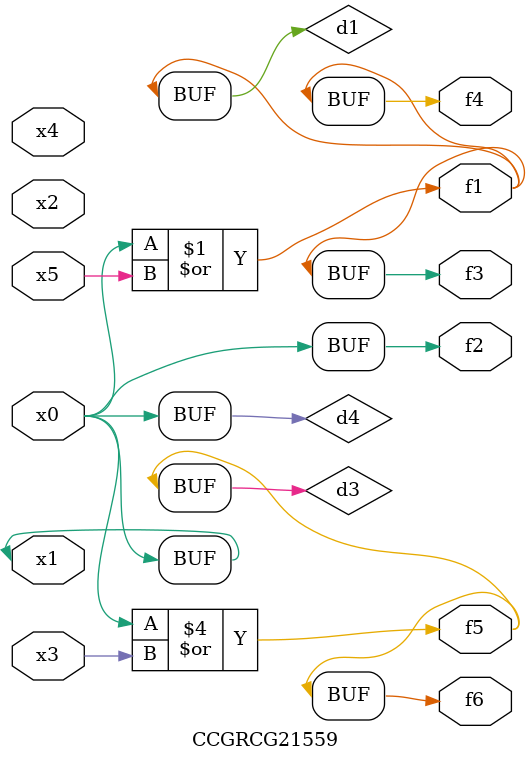
<source format=v>
module CCGRCG21559(
	input x0, x1, x2, x3, x4, x5,
	output f1, f2, f3, f4, f5, f6
);

	wire d1, d2, d3, d4;

	or (d1, x0, x5);
	xnor (d2, x1, x4);
	or (d3, x0, x3);
	buf (d4, x0, x1);
	assign f1 = d1;
	assign f2 = d4;
	assign f3 = d1;
	assign f4 = d1;
	assign f5 = d3;
	assign f6 = d3;
endmodule

</source>
